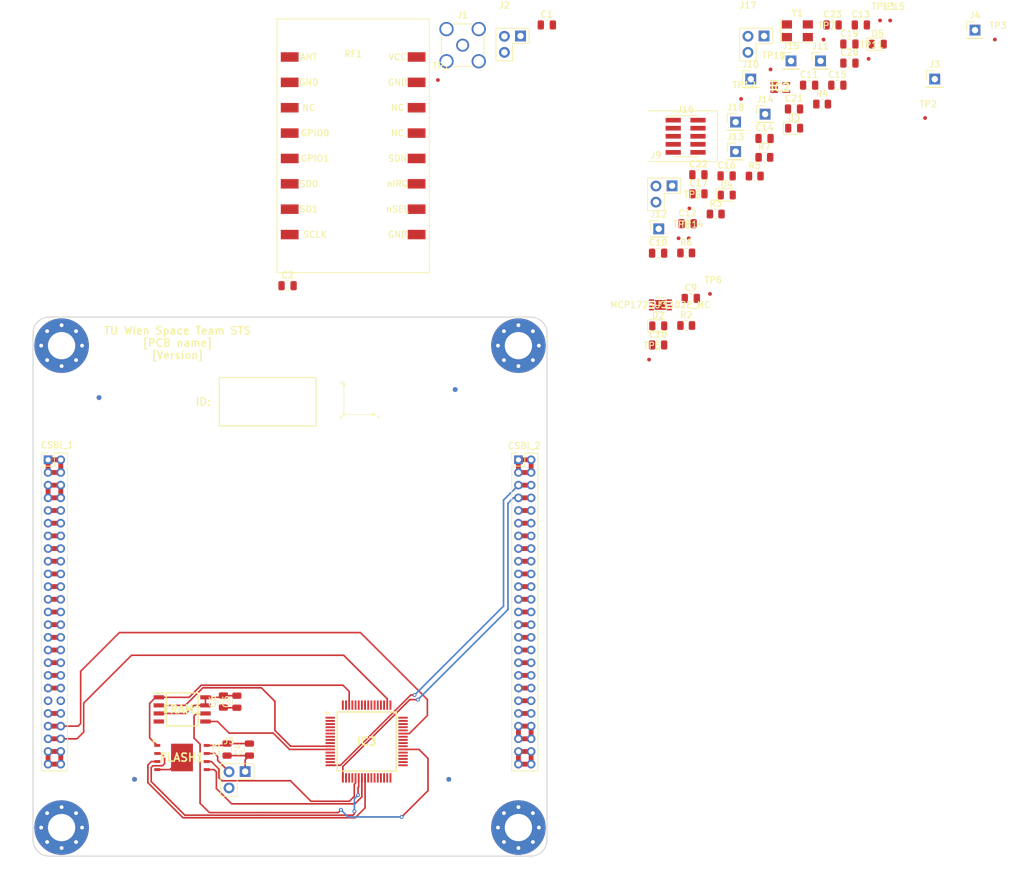
<source format=kicad_pcb>
(kicad_pcb (version 20211014) (generator pcbnew)
  (layers (0 "F.Cu" signal) (1 "In1.Cu" power) (2 "In2.Cu" mixed) (31 "B.Cu" signal) (34 "B.Paste" user) (35 "F.Paste" user) (36 "B.SilkS" user "B.Silkscreen") (37 "F.SilkS" user "F.Silkscreen") (38 "B.Mask" user) (39 "F.Mask" user) (44 "Edge.Cuts" user))
  (net 0 "")
  (net 1 "GND")
  (net 2 "/STS1_connector/EDU_SPI_6")
  (net 3 "/STS1_connector/EDU_SPI_5")
  (net 4 "/STS1_connector/EDU_SPI_4")
  (net 5 "/STS1_connector/EDU_SPI_3")
  (net 6 "/STS1_connector/EDU_SPI_2")
  (net 7 "/STS1_connector/EDU_SPI_1")
  (net 8 "/STS1_connector/EDU_UPDATE")
  (net 9 "/STS1_connector/EDU_EN")
  (net 10 "/STS1_connector/UART_COBC_EDU_2")
  (net 11 "/STS1_connector/UART_COBC_EDU_1")
  (net 12 "/STS1_connector/EDU_Heartbeat")
  (net 13 "VBUS")
  (net 14 "/STS1_connector/COBC_SPI_6")
  (net 15 "/STS1_connector/COBC_SPI_5")
  (net 16 "/STS1_connector/COBC_SPI_4")
  (net 17 "/STS1_connector/COBC_SPI_3")
  (net 18 "/STS1_connector/COBC_SPI_2")
  (net 19 "/STS1_connector/COBC_SPI_1")
  (net 20 "/STS1_connector/EPS_CHARGING")
  (net 21 "/STS1_connector/EPS_ANT_DEPLOYED")
  (net 22 "/STS1_connector/EPS_BAT_GOOD")
  (net 23 "/STS1_connector/UCI_COBC_3V3")
  (net 24 "/STS1_connector/UCI_COBC_UART_2")
  (net 25 "/STS1_connector/UCI_COBC_UART_1")
  (net 26 "Net-(CSBI_2-Pad11)")
  (net 27 "Net-(CSBI_1-Pad31)")
  (net 28 "Net-(CSBI_1-Pad29)")
  (net 29 "Net-(CSBI_1-Pad27)")
  (net 30 "Net-(CSBI_1-Pad25)")
  (net 31 "/STS1_connector/EDU_BOOT")
  (net 32 "Net-(CSBI_2-Pad13)")
  (net 33 "/COBC RF/RF4463_VCC")
  (net 34 "AGND")
  (net 35 "+3V3")
  (net 36 "+5V")
  (net 37 "/COBC STM/Watchdog_VCC")
  (net 38 "Net-(C13-Pad2)")
  (net 39 "Net-(C14-Pad2)")
  (net 40 "/COBC STM/STM32_NRST")
  (net 41 "Net-(C21-Pad1)")
  (net 42 "Net-(D2-Pad2)")
  (net 43 "Net-(D3-Pad2)")
  (net 44 "Net-(D4-Pad2)")
  (net 45 "Net-(D5-Pad2)")
  (net 46 "Net-(IC2-Pad1)")
  (net 47 "Net-(IC2-Pad3)")
  (net 48 "/COBC STM/WDT_Clear")
  (net 49 "Net-(IC3-Pad6)")
  (net 50 "/COBC STM/PC0")
  (net 51 "/COBC STM/PC1")
  (net 52 "/SPI_FRAM_MISO")
  (net 53 "/SPI_FRAM_MOSI")
  (net 55 "/COBC STM/SPI4_MOSI")
  (net 56 "Net-(IC3-Pad20)")
  (net 57 "/SPI_Flash_CLK")
  (net 58 "/SPI_Flash_MISO")
  (net 59 "/SPI_Flash_MOSI")
  (net 60 "/Flash_WP")
  (net 61 "Net-(IC3-Pad29)")
  (net 62 "/COBC STM/SPI4_NSS")
  (net 63 "/COBC STM/SPI4_CLK")
  (net 64 "/COBC STM/RF4463F30_SDN")
  (net 66 "/COBC STM/RF4463F30_GPIO_0")
  (net 67 "/SPI_FRAM_CLK")
  (net 68 "/COBC STM/RF4463F30_GPIO_1")
  (net 69 "/COBC STM/SPI4_CS_LoRa")
  (net 70 "/COBC STM/SPI4_CS_RF")
  (net 71 "/COBC STM/SPI4_MISO")
  (net 72 "Net-(IC3-Pad45)")
  (net 73 "/COBC STM/SWDIO")
  (net 74 "/COBC STM/SWDCLK")
  (net 75 "/COBC STM/SWO")
  (net 76 "/COBC STM/RF4463F30_nIRQ")
  (net 77 "/COBC STM/PB7")
  (net 78 "Net-(IC3-Pad60)")
  (net 79 "/COBC STM/PB8")
  (net 80 "/SPI_FRAM_CS")
  (net 81 "Net-(J1-Pad1)")
  (net 82 "/COBC RF/RF4463_ANT_GND")
  (net 83 "/COBC RF/RF4463F30_GPIO0")
  (net 84 "Net-(J2-Pad2)")
  (net 85 "Net-(FLASH1-Pad9)")
  (net 86 "Net-(FLASH1-Pad7)")
  (net 87 "/COBC STM/PB9")
  (net 90 "Net-(R2-Pad1)")
  (net 93 "/COBC RF/RF4463F30_SDN")
  (net 94 "/COBC RF/RF4463_nIRQ")
  (net 95 "/COBC RF/RF4463_nSEL")
  (net 96 "/COBC RF/RF4463_SPI_CLK")
  (net 97 "/COBC RF/RF4463_SDI")
  (net 98 "/COBC RF/RF4463_SDO")
  (net 99 "/COBC RF/RF4463F30_GPIO1")
  (net 102 "/EPS_ANT_DEP")
  (net 103 "/EPS_Charging")
  (net 104 "/EPS_BAT_GOOD")
  (net 105 "/EDU_Heartbeat")
  (net 106 "/EDU_EN")
  (net 107 "/EDU_Update")
  (net 108 "/EDU_BOOT")
  (footprint "Fiducial:Fiducial_0.75mm_Mask1.5mm" (layer "F.Cu") (at 182.668 53.222)
    (fp_text reference "FID2" hide)
    (fp_text value "Fiducial")
  )
  (footprint "Fiducial:Fiducial_0.75mm_Mask1.5mm" (layer "F.Cu") (at 126.534 54.492)
    (fp_text reference "FID3" hide)
    (fp_text value "Fiducial")
  )
  (footprint "Fiducial:Fiducial_0.75mm_Mask1.5mm" (layer "F.Cu") (at 132.122 114.69)
    (fp_text reference "FID4" hide)
    (fp_text value "Fiducial")
  )
  (footprint "MountingHole:MountingHole_4.3mm_M4_Pad_Via" (layer "F.Cu") (at 192.63254 46.3)
    (fp_text reference "H2" hide)
    (fp_text value "MountingHole_Pad" hide)
  )
  (footprint "MountingHole:MountingHole_4.3mm_M4_Pad_Via" (layer "F.Cu") (at 120.63254 122.3)
    (fp_text reference "H3" hide)
    (fp_text value "MountingHole_Pad" hide)
  )
  (footprint "MountingHole:MountingHole_4.3mm_M4_Pad_Via" (layer "F.Cu") (at 192.63254 122.3)
    (fp_text reference "H4" hide)
    (fp_text value "MountingHole_Pad" hide)
  )
  (footprint "STS:Coordinates" (layer "F.Cu") (at 167.59854 54.88636)
    (fp_text reference "U1" hide)
    (fp_text value "coordinate_system" hide)
  )
  (footprint "Fiducial:Fiducial_0.75mm_Mask1.5mm" (layer "F.Cu") (at 181.652 114.69)
    (fp_text reference "FID1" hide)
    (fp_text value "Fiducial")
  )
  (footprint "Connector_PinHeader_2.00mm:PinHeader_2x25_P2.00mm_Vertical" (layer "F.Cu") (at 192.63254 64.3)
    (fp_text reference "CSBI_2")
    (fp_text value "Conn_02x25_Odd_Even")
  )
  (footprint "MountingHole:MountingHole_4.3mm_M4_Pad_Via" (layer "F.Cu") (at 120.63254 46.3)
    (fp_text reference "H1" hide)
    (fp_text value "MountingHole_Pad" hide)
  )
  (footprint "Connector_PinHeader_2.00mm:PinHeader_2x25_P2.00mm_Vertical" (layer "F.Cu") (at 118.5 64.3)
    (fp_text reference "CSBI_1")
    (fp_text value "Conn_02x25_Odd_Even")
  )
  (footprint "Crystal:Crystal_SMD_5032-4Pin_5.0x3.2mm" (layer "F.Cu") (at 236.59754 -3.355)
    (fp_text reference "Y1")
    (fp_text value "Crystal_GND24")
  )
  (footprint "STS1library:STS1_Testpoint" (layer "F.Cu") (at 217.87254 29.37)
    (fp_text reference "TP8")
    (fp_text value "TestPoint")
  )
  (footprint "STS1library:PinHeader_1x03_P2.54mm_Vertical_umdieEcke" (layer "F.Cu") (at 190.42254 -5.03)
    (fp_text reference "J2")
    (fp_text value "Conn_01x03_Male")
  )
  (footprint "Capacitor_SMD:C_0805_2012Metric" (layer "F.Cu") (at 236.06754 8.975)
    (fp_text reference "C21")
    (fp_text value "4.7u")
  )
  (footprint "Capacitor_SMD:C_0805_2012Metric" (layer "F.Cu") (at 244.79754 1.745)
    (fp_text reference "C20")
    (fp_text value "100n")
  )
  (footprint "STSLib:SOIC127P800X203-8N" (layer "F.Cu") (at 139.63254 103.665)
    (fp_text reference "FRAM1")
    (fp_text value "CY15B108QN-40SXI" hide)
  )
  (footprint "Capacitor_SMD:C_0805_2012Metric" (layer "F.Cu") (at 197.10754 -4.275)
    (fp_text reference "C1")
    (fp_text value "100n")
  )
  (footprint "STS1library:PinHeader_1x03_P2.54mm_Vertical_umdieEcke" (layer "F.Cu") (at 214.31254 18.59)
    (fp_text reference "J9")
    (fp_text value "Conn_01x03_Male")
  )
  (footprint "Resistor_SMD:R_0805_2012Metric" (layer "F.Cu") (at 223.72754 25.545)
    (fp_text reference "R3")
    (fp_text value "4k7")
  )
  (footprint "Connector_PinHeader_2.54mm:PinHeader_1x01_P2.54mm_Vertical" (layer "F.Cu") (at 231.51754 9.795)
    (fp_text reference "J14")
    (fp_text value "Conn_01x01_Male")
  )
  (footprint "Capacitor_SMD:C_0805_2012Metric" (layer "F.Cu") (at 220.99754 19.345)
    (fp_text reference "C22")
    (fp_text value "100n")
  )
  (footprint "STSLib:SON127P800X600X80-9N-D" (layer "F.Cu") (at 139.60754 111.25)
    (fp_text reference "FLASH1")
    (fp_text value "W25Q01JVZEIQ" hide)
  )
  (footprint "Capacitor_SMD:C_0805_2012Metric" (layer "F.Cu") (at 242.89754 5.225)
    (fp_text reference "C15")
    (fp_text value "100n")
  )
  (footprint "STS1library:PinHeader_1x03_P2.54mm_Vertical_umdieEcke" (layer "F.Cu") (at 147.02254 110.965)
    (fp_text reference "J5")
    (fp_text value "Conn_01x03_Male")
  )
  (footprint "Resistor_SMD:R_0805_2012Metric" (layer "F.Cu") (at 219.07754 43.125)
    (fp_text reference "R2")
    (fp_text value "1k")
  )
  (footprint "STS1_3V3:MCP1725-3302E&slash_MC" (layer "F.Cu") (at 215.000139 39.871116)
    (fp_text reference "U3")
    (fp_text value "MCP1725-3302E_MC")
  )
  (footprint "Connector_PinHeader_2.54mm:PinHeader_1x01_P2.54mm_Vertical" (layer "F.Cu") (at 226.86754 15.695)
    (fp_text reference "J13")
    (fp_text value "Conn_01x01_Male")
  )
  (footprint "Connector_PinHeader_2.54mm:PinHeader_1x01_P2.54mm_Vertical" (layer "F.Cu") (at 240.24754 1.395)
    (fp_text reference "J11")
    (fp_text value "Conn_01x01_Male")
  )
  (footprint "Capacitor_SMD:C_0805_2012Metric" (layer "F.Cu") (at 231.41754 13.625)
    (fp_text reference "C14")
    (fp_text value "20p")
  )
  (footprint "STS1_RF:STS1_RF4463F30" (layer "F.Cu") (at 176.58254 0.78)
    (fp_text reference "RF1")
    (fp_text value "RF4463F30")
  )
  (footprint "LED_SMD:LED_0805_2012Metric" (layer "F.Cu") (at 214.66754 43.17)
    (fp_text reference "D2")
    (fp_text value "LED")
  )
  (footprint "Connector_PinHeader_2.54mm:PinHeader_1x01_P2.54mm_Vertical" (layer "F.Cu") (at 264.59754 -3.455)
    (fp_text reference "J4")
    (fp_text value "Conn_01x01_Female")
  )
  (footprint "Capacitor_SMD:C_0805_2012Metric" (layer "F.Cu") (at 219.29754 27.065)
    (fp_text reference "C12")
    (fp_text value "47u")
  )
  (footprint "STS1library:STS1_Testpoint" (layer "F.Cu") (at 219.47254 29.37)
    (fp_text reference "TP14")
    (fp_text value "TestPoint")
  )
  (footprint "Capacitor_SMD:C_0805_2012Metric" (layer "F.Cu") (at 148.25754 102.45 90)
    (fp_text reference "C5")
    (fp_text value "100n")
  )
  (footprint "Resistor_SMD:R_0805_2012Metric" (layer "F.Cu") (at 219.07754 31.685)
    (fp_text reference "R6")
    (fp_text value "300")
  )
  (footprint "Capacitor_SMD:C_0805_2012Metric" (layer "F.Cu") (at 238.44754 5.225)
    (fp_text reference "C11")
    (fp_text value "100n")
  )
  (footprint "Capacitor_SMD:C_0805_2012Metric" (layer "F.Cu") (at 146.70754 110 90)
    (fp_text reference "C3")
    (fp_text value "100n")
  )
  (footprint "STS1library:STS1_Testpoint" (layer "F.Cu") (at 227.72254 7.39)
    (fp_text reference "TP12")
    (fp_text value "TestPoint")
  )
  (footprint "STS1library:STS1_Testpoint" (layer "F.Cu") (at 179.94254 4.41)
    (fp_text reference "TP1")
    (fp_text value "TestPoint")
  )
  (footprint "Connector_PinHeader_2.54mm:PinHeader_1x01_P2.54mm_Vertical" (layer "F.Cu") (at 235.59754 1.395)
    (fp_text reference "J15")
    (fp_text value "Conn_01x01_Male")
  )
  (footprint "STSLib:QFP50P1200X1200X160-64N" (layer "F.Cu") (at 168.70754 108.725)
    (fp_text reference "IC3")
    (fp_text value "STM32F411RET6TR" hide)
  )
  (footprint "STS1library:STS1_Testpoint" (layer "F.Cu") (at 240.72254 -1.97)
    (fp_text reference "TP7")
    (fp_text value "TestPoint")
  )
  (footprint "Resistor_SMD:R_0805_2012Metric" (layer "F.Cu") (at 229.87754 19.555)
    (fp_text reference "R5")
    (fp_text value "220")
  )
  (footprint "Capacitor_SMD:C_0805_2012Metric" (layer "F.Cu") (at 214.64754 31.715)
    (fp_text reference "C18")
    (fp_text value "100n")
  )
  (footprint "Connector_PinHeader_2.54mm:PinHeader_1x01_P2.54mm_Vertical" (layer "F.Cu") (at 258.24754 4.265)
    (fp_text reference "J3")
    (fp_text value "Conn_01x01_Male")
  )
  (footprint "STS1library:STS1_Testpoint" (layer "F.Cu") (at 249.62254 -4.98)
    (fp_text reference "TP13")
    (fp_text value "TestPoint")
  )
  (footprint "Capacitor_SMD:C_0805_2012Metric" (layer "F.Cu") (at 242.14754 -4.275)
    (fp_text reference "C23")
    (fp_text value "100n")
  )
  (footprint "Connector_Coaxial:SMA_Amphenol_901-144_Vertical" (layer "F.Cu") (at 183.83754 -1.085)
    (fp_text reference "J1")
    (fp_text value "Conn_Coaxial")
  )
  (footprint "STS1library:STS1_Testpoint" (layer "F.Cu") (at 267.72254 -1.97)
    (fp_text reference "TP3")
    (fp_text value "TestPoint")
  )
  (footprint "Connector_PinHeader_2.54mm:PinHeader_1x01_P2.54mm_Vertical" (layer "F.Cu") (at 214.74754 27.885)
    (fp_text reference "J12")
    (fp_text value "Conn_01x01_Male")
  )
  (footprint "Capacitor_SMD:C_0805_2012Metric" (layer "F.Cu") (at 150.23254 110 90)
    (fp_text reference "C4")
    (fp_text value "47u")
  )
  (footprint "Resistor_SMD:R_0805_2012Metric" (layer "F.Cu") (at 240.49754 8.205)
    (fp_text reference "R4")
    (fp_text value "300")
  )
  (footprint "Capacitor_SMD:C_0805_2012Metric" (layer "F.Cu") (at 156.24754 36.845)
    (fp_text reference "C2")
    (fp_text value "47u")
  )
  (footprint "LED_SMD:LED_0805_2012Metric" (layer "F.Cu") (at 236.08754 12)
    (fp_text reference "D3")
    (fp_text value "LED")
  )
  (footprint "Capacitor_SMD:C_0805_2012Metric" (layer "F.Cu") (at 246.59754 -4.275)
    (fp_text reference "C13")
    (fp_text value "20p")
  )
  (footprint "STS1library:STS1_Testpoint" (layer "F.Cu") (at 219.57254 24.66)
    (fp_text reference "TP9")
    (fp_text value "TestPoint")
  )
  (footprint "SamacSys_Parts:SOT65P210X110-5N" (layer "F.Cu") (at 233.89754 5.595)
    (fp_text reference "IC2")
    (fp_text value "STWD100PYW83F" hide)
  )
  (footprint "STS1library:STS1_Testpoint" (layer "F.Cu") (at 232.37254 2.74)
    (fp_text reference "TP10")
    (fp_text value "TestPoint")
  )
  (footprint "STS1library:STS1_Testpoint" (layer "F.Cu") (at 247.82254 1.07)
    (fp_text reference "TP11")
    (fp_text value "TestPoint")
  )
  (footprint "Capacitor_SMD:C_0805_2012Metric" (layer "F.Cu") (at 214.64754 46.195)
    (fp_text reference "C10")
    (fp_text value "4.7u")
  )
  (footprint "STS1library:STS1_Testpoint" (layer "F.Cu") (at 256.72254 10.4)
    (fp_text reference "TP2")
    (fp_text value "TestPoint")
  )
  (footprint "Capacitor_SMD:C_0805_2012Metric" (layer "F.Cu") (at 225.44754 19.525)
    (fp_text reference "C16")
    (fp_text value "1u")
  )
  (footprint "STS1library:STS1_Testpoint" (layer "F.Cu") (at 213.22254 48.5)
    (fp_text reference "TP5")
    (fp_text value "TestPoint")
  )
  (footprint "Capacitor_SMD:C_0805_2012Metric" (layer "F.Cu") (at 146.13254 102.425 90)
    (fp_text reference "C6")
    (fp_text value "47u")
  )
  (footprint "Connector_PinHeader_2.54mm:PinHeader_1x01_P2.54mm_Vertical" (layer "F.Cu") (at 226.86754 11.045)
    (fp_text reference "J18")
    (fp_text value "Conn_01x01_Male")
  )
  (footprint "Connector_PinHeader_2.54mm:PinHeader_1x01_P2.54mm_Vertical" (layer "F.Cu") (at 229.24754 4.265)
    (fp_text reference "J10")
    (fp_text value "Conn_01x01_Male")
  )
  (footprint "Capacitor_SMD:C_0805_2012Metric" (layer "F.Cu") (at 244.79754 -1.265)
    (fp_text reference "C19")
    (fp_text value "4.7u")
  )
  (footprint "STS1library:PinHeader_1x03_P2.54mm_Vertical_umdieEcke" (layer "F.Cu") (at 228.81254 -5.03)
    (fp_text reference "J17")
    (fp_text value "Conn_01x03_Male")
  )
  (footprint "Capacitor_SMD:C_0805_2012Metric" (layer "F.Cu") (at 220.99754 22.355)
    (fp_text reference "C17")
    (fp_text value "100n")
  )
  (footprint "Resistor_SMD:R_0805_2012Metric" (layer "F.Cu") (at 231.39754 16.605)
    (fp_text reference "R7")
    (fp_text value "300")
  )
  (footprint "Capacitor_SMD:C_0805_2012Metric" (layer "F.Cu") (at 219.79754 38.845)
    (fp_text reference "C9")
    (fp_text value "4.7u")
  )
  (footprint "STS1library:STS1_Testpoint" (layer "F.Cu") (at 251.22254 -4.98)
    (fp_text reference "TP15")
    (fp_text value "TestPoint")
  )
  (footprint "LED_SMD:LED_0805_2012Metric" (layer "F.Cu") (at 249.26754 -1.25)
    (fp_text reference "D5")
    (fp_text value "LED")
  )
  (footprint "LED_SMD:LED_0805_2012Metric" (layer "F.Cu") (at 225.46754 22.55)
    (fp_text reference "D4")
    (fp_text value "LED")
  )
  (footprint "STS1library:STS1_Testpoint" (layer "F.Cu") (at 222.82254 38.14)
    (fp_text reference "TP6")
    (fp_text value "TestPoint")
  )
  (footprint "STS1library:PinHeader_2x05_P1.27mm_Vertical_SMD" (layer "F.Cu") (at 218.98254 13.28)
    (fp_text reference "J16")
    (fp_text value "Conn_ARM_JTAG_SWD_10")
  )
  (footprint "Fiducial:Fiducial_0.75mm_Mask1.5mm" (layer "B.Cu") (at 132.122 114.69)
    (fp_text reference "FID5" hide)
    (fp_text value "Fiducial")
  )
  (footprint "Fiducial:Fiducial_0.75mm_Mask1.5mm" (layer "B.Cu") (at 126.534 54.492)
    (fp_text reference "FID7" hide)
    (fp_text value "Fiducial")
  )
  (footprint "Fiducial:Fiducial_0.75mm_Mask1.5mm" (layer "B.Cu") (at 181.652 114.69)
    (fp_text reference "FID8" hide)
    (fp_text value "Fiducial")
  )
  (footprint "Fiducial:Fiducial_0.75mm_Mask1.5mm" (layer "B.Cu") (at 182.668 53.222)
    (fp_text reference "FID6" hide)
    (fp_text value "Fiducial")
  )
  (gr_line (start 145.4805 58.9465) (end 145.4805 51.3265) (layer "F.SilkS") (width 0.15))
  (gr_line (start 160.7305 58.9565) (end 145.4905 58.9565) (layer "F.SilkS") (width 0.15))
  (gr_line (start 145.4805 51.3265) (end 160.7205 51.3265) (layer "F.SilkS") (width 0.15))
  (gr_line (start 160.7205 51.3265) (end 160.7205 58.9465) (layer "F.SilkS") (width 0.15))
  (gr_line (start 194.59254 41.8) (end 118.67254 41.8) (layer "Edge.Cuts") (width 0.15))
  (gr_arc (start 197.13254 124.26) (mid 196.388591 126.056051) (end 194.59254 126.8) (layer "Edge.Cuts") (width 0.15))
  (gr_line (start 197.13254 124.26) (end 197.13254 44.34) (layer "Edge.Cuts") (width 0.15))
  (gr_arc (start 118.67254 126.8) (mid 116.876489 126.056051) (end 116.13254 124.26) (layer "Edge.Cuts") (width 0.15))
  (gr_line (start 118.67254 126.8) (end 194.59254 126.8) (layer "Edge.Cuts") (width 0.15))
  (gr_arc (start 194.59254 41.8) (mid 196.388591 42.543949) (end 197.13254 44.34) (layer "Edge.Cuts") (width 0.15))
  (gr_line (start 116.13254 44.34) (end 116.13254 124.26) (layer "Edge.Cuts") (width 0.15))
  (gr_arc (start 116.13254 44.34) (mid 116.876489 42.543949) (end 118.67254 41.8) (layer "Edge.Cuts") (width 0.15))
  (gr_text "TU Wien Space Team STS\n[PCB name]\n[Version]" (at 138.89654 45.86936) (layer "F.SilkS") (effects (font (size 1.2 1.2) (thickness 0.2))))
  (gr_text "ID:" (at 142.9505 55.1465) (layer "F.SilkS") (effects (font (size 1.2 1.2) (thickness 0.2))))
  (segment (start 120.5 112.3) (end 118.5 112.3) (width 0.762) (layer "F.Cu") (net 1))
  (segment (start 194.63254 80.3) (end 192.63254 80.3) (width 0.762) (layer "F.Cu") (net 1))
  (segment (start 194.63254 90.3) (end 192.63254 90.3) (width 0.762) (layer "F.Cu") (net 1))
  (segment (start 118.5 72.3) (end 120.5 72.3) (width 0.762) (layer "F.Cu") (net 1))
  (segment (start 118.5 66.3) (end 120.5 66.3) (width 0.762) (layer "F.Cu") (net 1))
  (segment (start 120.5 86.3) (end 118.5 86.3) (width 0.762) (layer "F.Cu") (net 1))
  (segment (start 194.63254 112.3) (end 192.63254 112.3) (width 0.762) (layer "F.Cu") (net 1))
  (segment (start 120.5 64.3) (end 118.5 64.3) (width 0.762) (layer "F.Cu") (net 1))
  (segment (start 120.5 110.3) (end 118.5 110.3) (width 0.762) (layer "F.Cu") (net 1))
  (segment (start 194.63254 64.3) (end 194.63254 66.3) (width 0.762) (layer "F.Cu") (net 1))
  (segment (start 118.5 112.3) (end 118.5 110.3) (width 0.762) (layer "F.Cu") (net 1))
  (segment (start 118.5 64.3) (end 118.5 66.3) (width 0.762) (layer "F.Cu") (net 1))
  (segment (start 192.63254 110.3) (end 194.63254 110.3) (width 0.762) (layer "F.Cu") (net 1))
  (segment (start 194.63254 66.3) (end 192.63254 66.3) (width 0.762) (layer "F.Cu") (net 1))
  (segment (start 192.63254 64.3) (end 194.63254 64.3) (width 0.762) (layer "F.Cu") (net 1))
  (segment (start 192.63254 110.3) (end 192.63254 112.3) (width 0.762) (layer "F.Cu") (net 1))
  (segment (start 120.5 104.3) (end 118.5 104.3) (width 0.762) (layer "F.Cu") (net 1))
  (segment (start 192.63254 64.3) (end 192.63254 66.3) (width 0.762) (layer "F.Cu") (net 1))
  (segment (start 120.5 110.3) (end 120.5 112.3) (width 0.762) (layer "F.Cu") (net 1))
  (segment (start 194.63254 72.3) (end 192.63254 72.3) (width 0.762) (layer "F.Cu") (net 1))
  (segment (start 194.63254 110.3) (end 194.63254 112.3) (width 0.762) (layer "F.Cu") (net 1))
  (segment (start 120.5 66.3) (end 120.5 64.3) (width 0.762) (layer "F.Cu") (net 1))
  (segment (start 120.5 96.3) (end 118.5 96.3) (width 0.762) (layer "F.Cu") (net 1))
  (segment (start 194.63254 104.3) (end 192.63254 104.3) (width 0.762) (layer "F.Cu") (net 1))
  (segment (start 118.5 74.3) (end 120.5 74.3) (width 0.762) (layer "F.Cu") (net 2))
  (segment (start 118.5 76.3) (end 120.5 76.3) (width 0.762) (layer "F.Cu") (net 3))
  (segment (start 118.5 78.3) (end 120.5 78.3) (width 0.762) (layer "F.Cu") (net 4))
  (segment (start 118.5 80.3) (end 120.5 80.3) (width 0.762) (layer "F.Cu") (net 5))
  (segment (start 118.5 82.3) (end 120.5 82.3) (width 0.762) (layer "F.Cu") (net 6))
  (segment (start 118.5 84.3) (end 120.5 84.3) (width 0.762) (layer "F.Cu") (net 7))
  (segment (start 118.5 100.3) (end 120.5 100.3) (width 0.762) (layer "F.Cu") (net 8))
  (segment (start 123.63254 105.9) (end 123.23254 106.3) (width 0.254) (layer "F.Cu") (net 10))
  (segment (start 129.73254 91.55) (end 123.63254 97.65) (width 0.254) (layer "F.Cu") (net 10))
  (segment (start 175.43704 107.475) (end 178.28254 104.6295) (width 0.254) (layer "F.Cu") (net 10))
  (segment (start 178.28254 102.1) (end 167.73254 91.55) (width 0.254) (layer "F.Cu") (net 10))
  (segment (start 123.23254 106.3) (end 120.5 106.3) (width 0.254) (layer "F.Cu") (net 10))
  (segment (start 123.63254 97.65) (end 123.63254 105.9) (width 0.254) (layer "F.Cu") (net 10))
  (segment (start 178.28254 104.6295) (end 178.28254 102.1) (width 0.254) (layer "F.Cu") (net 10))
  (segment (start 167.73254 91.55) (end 129.73254 91.55) (width 0.254) (layer "F.Cu") (net 10))
  (segment (start 118.5 106.3) (end 120.5 106.3) (width 0.762) (layer "F.Cu") (net 10))
  (segment (start 174.44554 107.475) (end 175.43704 107.475) (width 0.254) (layer "F.Cu") (net 10))
  (segment (start 131.65754 95.125) (end 124.10754 102.675) (width 0.254) (layer "F.Cu") (net 11))
  (segment (start 123.05754 108.3) (end 120.5 108.3) (width 0.254) (layer "F.Cu") (net 11))
  (segment (start 124.10754 102.675) (end 124.10754 107.25) (width 0.254) (layer "F.Cu") (net 11))
  (segment (start 118.5 108.3) (end 120.5 108.3) (width 0.762) (layer "F.Cu") (net 11))
  (segment (start 171.95754 101.9955) (end 165.08704 95.125) (width 0.254) (layer "F.Cu") (net 11))
  (segment (start 124.10754 107.25) (end 123.05754 108.3) (width 0.254) (layer "F.Cu") (net 11))
  (segment (start 171.95754 102.987) (end 171.95754 101.9955) (width 0.254) (layer "F.Cu") (net 11))
  (segment (start 131.65754 95.125) (end 165.08704 95.125) (width 0.254) (layer "F.Cu") (net 11))
  (segment (start 118.5 98.3) (end 120.5 98.3) (width 0.762) (layer "F.Cu") (net 12))
  (segment (start 120.5 68.3) (end 118.5 68.3) (width 0.762) (layer "F.Cu") (net 13))
  (segment (start 194.63254 106.3) (end 194.63254 108.3) (width 0.762) (layer "F.Cu") (net 13))
  (segment (start 192.63254 108.3) (end 192.63254 106.3) (width 0.762) (layer "F.Cu") (net 13))
  (segment (start 118.5 70.3) (end 120.5 70.3) (width 0.762) (layer "F.Cu") (net 13))
  (segment (start 120.5 70.3) (end 120.5 68.3) (width 0.762) (layer "F.Cu") (net 13))
  (segment (start 118.5 68.3) (end 118.5 70.3) (width 0.762) (layer "F.Cu") (net 13))
  (segment (start 192.63254 106.3) (end 194.63254 106.3) (width 0.762) (layer "F.Cu") (net 13))
  (segment (start 194.63254 108.3) (end 192.63254 108.3) (width 0.762) (layer "F.Cu") (net 13))
  (segment (start 192.63254 102.3) (end 194.63254 102.3) (width 0.762) (layer "F.Cu") (net 14))
  (segment (start 192.63254 100.3) (end 194.63254 100.3) (width 0.762) (layer "F.Cu") (net 15))
  (segment (start 192.63254 98.3) (end 194.63254 98.3) (width 0.762) (layer "F.Cu") (net 16))
  (segment (start 192.63254 96.3) (end 194.63254 96.3) (width 0.762) (layer "F.Cu") (net 17))
  (segment (start 192.63254 94.3) (end 194.63254 94.3) (width 0.762) (layer "F.Cu") (net 18))
  (segment (start 192.63254 92.3) (end 194.63254 92.3) (width 0.762) (layer "F.Cu") (net 19))
  (segment (start 194.63254 88.3) (end 192.63254 88.3) (width 0.762) (layer "F.Cu") (net 20))
  (segment (start 192.63254 86.3) (end 194.63254 86.3) (width 0.762) (layer "F.Cu") (net 21))
  (segment (start 192.63254 84.3) (end 194.63254 84.3) (width 0.762) (layer "F.Cu") (net 22))
  (segment (start 192.63254 82.3) (end 194.63254 82.3) (width 0.762) (layer "F.Cu") (net 23))
  (segment (start 192.63254 70.3) (end 194.63254 70.3) (width 0.762) (layer "F.Cu") (net 24))
  (segment (start 175.506598 102.125) (end 176.78254 102.125) (width 0.254) (layer "F.Cu") (net 24))
  (segment (start 164.95754 112.674058) (end 172.931598 104.7) (width 0.254) (layer "F.Cu") (net 24))
  (segment (start 172.931598 104.7) (end 175.506598 102.125) (width 0.254) (layer "F.Cu") (net 24))
  (segment (start 164.95754 114.463) (end 164.95754 112.674058) (width 0.254) (layer "F.Cu") (net 24))
  (segment (start 172.931598 104.7) (end 172.93254 104.7) (width 0.254) (layer "F.Cu") (net 24))
  (via (at 176.78254 102.125) (size 0.6) (drill 0.3) (layers "F.Cu" "B.Cu") (net 24))
  (segment (start 190.98254 87.925) (end 190.98254 71.15) (width 0.254) (layer "B.Cu") (net 24))
  (segment (start 190.98254 71.15) (end 191.83254 70.3) (width 0.254) (layer "B.Cu") (net 24))
  (segment (start 191.83254 70.3) (end 192.63254 70.3) (width 0.254) (layer "B.Cu") (net 24))
  (segment (start 176.78254 102.125) (end 190.98254 87.925) (width 0.254) (layer "B.Cu") (net 24))
  (segment (start 164.58254 112.475) (end 175.65754 101.4) (width 0.254) (layer "F.Cu") (net 25))
  (segment (start 175.65754 101.4) (end 176.25754 101.4) (width 0.254) (layer "F.Cu") (net 25))
  (segment (start 162.96954 112.475) (end 164.58254 112.475) (width 0.254) (layer "F.Cu") (net 25))
  (segment (start 192.63254 68.3) (end 194.63254 68.3) (width 0.762) (layer "F.Cu") (net 25))
  (via (at 176.25754 101.4) (size 0.6) (drill 0.3) (layers "F.Cu" "B.Cu") (net 25))
  (segment (start 190.28254 87.375) (end 190.28254 70.65) (width 0.254) (layer "B.Cu") (net 25))
  (segment (start 190.28254 70.65) (end 192.63254 68.3) (width 0.254) (layer "B.Cu") (net 25))
  (segment (start 176.25754 101.4) (end 190.28254 87.375) (width 0.254) (layer "B.Cu") (net 25))
  (segment (start 192.63254 74.3) (end 194.63254 74.3) (width 0.762) (layer "F.Cu") (net 26))
  (segment (start 118.5 94.3) (end 120.5 94.3) (width 0.762) (layer "F.Cu") (net 27))
  (segment (start 118.5 92.3) (end 120.5 92.3) (width 0.762) (layer "F.Cu") (net 28))
  (segment (start 118.5 90.3) (end 120.5 90.3) (width 0.762) (layer "F.Cu") (net 29))
  (segment (start 118.5 88.3) (end 120.5 88.3) (width 0.762) (layer "F.Cu") (net 30))
  (segment (start 192.63254 78.3) (end 194.63254 78.3) (width 0.762) (layer "F.Cu") (net 31))
  (segment (start 192.63254 76.3) (end 194.63254 76.3) (width 0.762) (layer "F.Cu") (net 32))
  (segment (start 149.56254 113.465) (end 149.56254 111.62) (width 0.254) (layer "F.Cu") (net 34))
  (segment (start 135.70754 113.155) (end 137.70254 113.155) (width 0.254) (layer "F.Cu") (net 34))
  (segment (start 146.70754 110.95) (end 150.23254 110.95) (width 0.254) (layer "F.Cu") (net 34))
  (segment (start 148.25754 103.4) (end 146.15754 103.4) (width 0.254) (layer "F.Cu") (net 34))
  (segment (start 149.56254 111.62) (end 150.23254 110.95) (width 0.254) (layer "F.Cu") (net 34))
  (segment (start 146.15754 103.4) (end 146.13254 103.375) (width 0.254) (layer "F.Cu") (net 34))
  (segment (start 137.70254 113.155) (end 139.60754 111.25) (width 0.254) (layer "F.Cu") (net 34))
  (segment (start 135.95754 104.3) (end 140.23254 104.3) (width 0.254) (layer "F.Cu") (net 35))
  (segment (start 146.13254 101.475) (end 145.84754 101.76) (width 0.254) (layer "F.Cu") (net 35))
  (segment (start 145.84754 101.76) (end 143.30754 101.76) (width 0.254) (layer "F.Cu") (net 35))
  (segment (start 143.30754 101.76) (end 143.30754 103.03) (width 0.254) (layer "F.Cu") (net 35))
  (segment (start 143.50754 109.345) (end 146.41254 109.345) (width 0.254) (layer "F.Cu") (net 35))
  (segment (start 146.15754 101.5) (end 146.13254 101.475) (width 0.254) (layer "F.Cu") (net 35))
  (segment (start 146.41254 109.345) (end 146.70754 109.05) (width 0.254) (layer "F.Cu") (net 35))
  (segment (start 141.50254 103.03) (end 143.30754 103.03) (width 0.254) (layer "F.Cu") (net 35))
  (segment (start 146.70754 109.05) (end 150.23254 109.05) (width 0.254) (layer "F.Cu") (net 35))
  (segment (start 148.25754 101.5) (end 146.15754 101.5) (width 0.254) (layer "F.Cu") (net 35))
  (segment (start 140.23254 104.3) (end 141.50254 103.03) (width 0.254) (layer "F.Cu") (net 35))
  (segment (start 154.251431 106.987971) (end 156.73846 109.475) (width 0.254) (layer "F.Cu") (net 52))
  (segment (start 135.95754 103.03) (end 140.12754 103.03) (width 0.254) (layer "F.Cu") (net 52))
  (segment (start 154.251431 102.393891) (end 154.251431 106.987971) (width 0.254) (layer "F.Cu") (net 52))
  (segment (start 152.11346 100.25592) (end 154.251431 102.393891) (width 0.254) (layer "F.Cu") (net 52))
  (segment (start 156.73846 109.475) (end 162.96954 109.475) (width 0.254) (layer "F.Cu") (net 52))
  (segment (start 142.90162 100.25592) (end 152.11346 100.25592) (width 0.254) (layer "F.Cu") (net 52))
  (segment (start 140.12754 103.03) (end 142.90162 100.25592) (width 0.254) (layer "F.Cu") (net 52))
  (segment (start 147.03254 107.4) (end 153.98254 107.4) (width 0.254) (layer "F.Cu") (net 53))
  (segment (start 145.20254 105.57) (end 147.03254 107.4) (width 0.254) (layer "F.Cu") (net 53))
  (segment (start 153.98254 107.4) (end 156.55754 109.975) (width 0.254) (layer "F.Cu") (net 53))
  (segment (start 143.30754 105.57) (end 145.20254 105.57) (width 0.254) (layer "F.Cu") (net 53))
  (segment (start 156.55754 109.975) (end 162.96954 109.975) (width 0.254) (layer "F.Cu") (net 53))
  (segment (start 145.916451 114.916089) (end 156.698629 114.916089) (width 0.254) (layer "F.Cu") (net 57))
  (segment (start 145.90754 114.925) (end 145.916451 114.916089) (width 0.254) (layer "F.Cu") (net 57))
  (segment (start 166.95754 115.279411) (end 166.95754 114.463) (width 0.254) (layer "F.Cu") (net 57))
  (segment (start 166.75754 117.375) (end 166.75754 115.479411) (width 0.254) (layer "F.Cu") (net 57))
  (segment (start 143.50754 111.885) (end 144.24254 111.885) (width 0.254) (layer "F.Cu") (net 57))
  (segment (start 156.698629 114.916089) (end 159.93254 118.15) (width 0.254) (layer "F.Cu") (net 57))
  (segment (start 159.93254 118.15) (end 165.98254 118.15) (width 0.254) (layer "F.Cu") (net 57))
  (segment (start 145.43254 114.45) (end 145.90754 114.925) (width 0.254) (layer "F.Cu") (net 57))
  (segment (start 145.43254 113.075) (end 145.43254 114.45) (width 0.254) (layer "F.Cu") (net 57))
  (segment (start 165.98254 118.15) (end 166.75754 117.375) (width 0.254) (layer "F.Cu") (net 57))
  (segment (start 144.24254 111.885) (end 145.43254 113.075) (width 0.254) (layer "F.Cu") (net 57))
  (segment (start 166.75754 115.479411) (end 166.95754 115.279411) (width 0.254) (layer "F.Cu") (net 57))
  (segment (start 134.75754 114.625) (end 134.75754 115.05) (width 0.254) (layer "F.Cu") (net 58))
  (segment (start 136.24754 110.615) (end 136.83254 111.2) (width 0.254) (layer "F.Cu") (net 58))
  (segment (start 167.35754 117.175) (end 167.35754 115.975) (width 0.254) (layer "F.Cu") (net 58))
  (segment (start 136.85754 111.225) (end 136.85754 112.225) (width 0.254) (layer "F.Cu") (net 58))
  (segment (start 135.03254 112.55) (end 134.75754 112.825) (width 0.254) (layer "F.Cu") (net 58))
  (segment (start 135.70754 110.615) (end 136.24754 110.615) (width 0.254) (layer "F.Cu") (net 58))
  (segment (start 140.05162 120.34408) (end 140.05754 120.34408) (width 0.254) (layer "F.Cu") (net 58))
  (segment (start 136.83254 111.2) (end 136.85754 111.225) (width 0.254) (layer "F.Cu") (net 58))
  (segment (start 134.75754 112.825) (end 134.75754 114.625) (width 0.254) (layer "F.Cu") (net 58))
  (segment (start 166.56346 120.34408) (end 166.78254 120.125) (width 0.254) (layer "F.Cu") (net 58))
  (segment (start 136.53254 112.55) (end 135.03254 112.55) (width 0.254) (layer "F.Cu") (net 58))
  (segment (start 136.85754 112.225) (end 136.53254 112.55) (width 0.254) (layer "F.Cu") (net 58))
  (segment (start 151.61346 120.34408) (end 166.56346 120.34408) (width 0.254) (layer "F.Cu") (net 58))
  (segment (start 166.78254 120.125) (end 166.78254 119.725) (width 0.254) (layer "F.Cu") (net 58))
  (segment (start 134.75754 115.05) (end 140.05162 120.34408) (width 0.254) (layer "F.Cu") (net 58))
  (segment (start 167.35754 115.975) (end 167.45754 115.875) (width 0.254) (layer "F.Cu") (net 58))
  (segment (start 140.05754 120.34408) (end 151.61346 120.34408) (width 0.254) (layer "F.Cu") (net 58))
  (segment (start 167.45754 115.875) (end 167.45754 114.463) (width 0.254) (layer "F.Cu") (net 58))
  (via (at 167.35754 117.175) (size 0.6) (drill 0.3) (layers "F.Cu" "B.Cu") (net 58))
  (via (at 166.78254 119.725) (size 0.6) (drill 0.3) (layers "F.Cu" "B.Cu") (net 58))
  (segment (start 166.78254 117.75) (end 167.35754 117.175) (width 0.254) (layer "B.Cu") (net 58))
  (segment (start 166.78254 119.725) (end 166.78254 117.75) (width 0.254) (layer "B.Cu") (net 58))
  (segment (start 144.65662 113.155) (end 145.02662 113.525) (width 0.254) (layer "F.Cu") (net 59))
  (segment (start 145.02662 113.525) (end 145.02662 116.14408) (width 0.254) (layer "F.Cu") (net 59))
  (segment (start 166.83254 118.575) (end 167.95754 117.45) (width 0.254) (layer "F.Cu") (net 59))
  (segment (start 166.81346 118.55592) (end 166.83254 118.575) (width 0.254) (layer "F.Cu") (net 59))
  (segment (start 147.43846 118.55592) (end 166.81346 118.55592) (width 0.254) (layer "F.Cu") (net 59))
  (segment (start 145.02662 116.14408) (end 147.43846 118.55592) (width 0.254) (layer "F.Cu") (net 59))
  (segment (start 143.50754 113.155) (end 144.65662 113.155) (width 0.254) (layer "F.Cu") (net 59))
  (segment (start 167.95754 117.45) (end 167.95754 114.463) (width 0.254) (layer "F.Cu") (net 59))
  (segment (start 134.77254 111.885) (end 134.23254 112.425) (width 0.254) (layer "F.Cu") (net 60))
  (segment (start 134.23254 112.425) (end 134.23254 115.225) (width 0.254) (layer "F.Cu") (net 60))
  (segment (start 168.45754 119.2) (end 168.45754 114.463) (width 0.254) (layer "F.Cu") (net 60))
  (segment (start 166.90754 120.75) (end 168.45754 119.2) (width 0.254) (layer "F.Cu") (net 60))
  (segment (start 134.23254 115.225) (end 139.75754 120.75) (width 0.254) (layer "F.Cu") (net 60))
  (segment (start 139.75754 120.75) (end 166.90754 120.75) (width 0.254) (layer "F.Cu") (net 60))
  (segment (start 135.70754 111.885) (end 134.77254 111.885) (width 0.254) (layer "F.Cu") (net 60))
  (segment (start 143.9207 119.93816) (end 164.21938 119.93816) (width 0.254) (layer "F.Cu") (net 67))
  (segment (start 143.30754 104.3) (end 141.90754 104.3) (width 0.254) (layer "F.Cu") (net 67))
  (segment (start 178.38254 116.475) (end 178.38254 111.4) (width 0.254) (layer "F.Cu") (net 67))
  (segment (start 178.38254 111.4) (end 176.95754 109.975) (width 0.254) (layer "F.Cu") (net 67))
  (segment (start 141.50754 104.7) (end 141.50754 108.2) (width 0.254) (layer "F.Cu") (net 67))
  (segment (start 142.45754 109.15) (end 142.45754 118.475) (width 0.254) (layer "F.Cu") (net 67))
  (segment (start 174.23254 120.625) (end 178.38254 116.475) (width 0.254) (layer "F.Cu") (net 67))
  (segment (start 141.50754 108.2) (end 142.45754 109.15) (width 0.254) (layer "F.Cu") (net 67))
  (segment (start 164.21938 119.93816) (end 164.65754 119.5) (width 0.254) (layer "F.Cu") (net 67))
  (segment (start 142.45754 118.475) (end 143.9207 119.93816) (width 0.254) (layer "F.Cu") (net 67))
  (segment (start 176.95754 109.975) (end 174.44554 109.975) (width 0.254) (layer "F.Cu") (net 67))
  (segment (start 141.90754 104.3) (end 141.50754 104.7) (width 0.254) (layer "F.Cu") (net 67))
  (via (at 164.65754 119.5) (size 0.6) (drill 0.3) (layers "F.Cu" "B.Cu") (net 67))
  (via (at 174.23254 120.625) (size 0.6) (drill 0.3) (layers "F.Cu" "B.Cu") (net 67))
  (segment (start 164.65754 119.5) (end 165.78254 120.625) (width 0.254) (layer "B.Cu") (net 67))
  (segment (start 165.78254 120.625) (end 168.55754 120.625) (width 0.254) (layer "B.Cu") (net 67))
  (segment (start 168.55754 120.625) (end 174.23254 120.625) (width 0.254) (layer "B.Cu") (net 67))
  (segment (start 134.50754 108.145) (end 134.50754 102.71) (width 0.254) (layer "F.Cu") (net 80))
  (segment (start 135.70754 109.345) (end 134.50754 108.145) (width 0.254) (layer "F.Cu") (net 80))
  (segment (start 135.95754 101.76) (end 140.72254 101.76) (width 0.254) (layer "F.Cu") (net 80))
  (segment (start 135.45754 101.76) (end 135.95754 101.76) (width 0.254) (layer "F.Cu") (net 80))
  (segment (start 164.98254 99.85) (end 165.95754 100.825) (width 0.254) (layer "F.Cu") (net 80))
  (segment (start 142.63254 99.85) (end 164.98254 99.85) (width 0.254) (layer "F.Cu") (net 80))
  (segment (start 140.72254 101.76) (end 142.63254 99.85) (width 0.254) (layer "F.Cu") (net 80))
  (segment (start 134.50754 102.71) (end 135.45754 101.76) (width 0.254) (layer "F.Cu") (net 80))
  (segment (start 165.95754 100.825) (end 165.95754 102.987) (width 0.254) (layer "F.Cu") (net 80))
  (segment (start 145.23254 111.715) (end 147.02254 113.505) (width 0.254) (layer "F.Cu") (net 86))
  (segment (start 145.23254 111.1) (end 145.23254 111.715) (width 0.254) (layer "F.Cu") (net 86))
  (segment (start 143.50754 110.615) (end 144.74754 110.615) (width 0.254) (layer "F.Cu") (net 86))
  (segment (start 144.74754 110.615) (end 145.23254 111.1) (width 0.254) (layer "F.Cu") (net 86))
)
</source>
